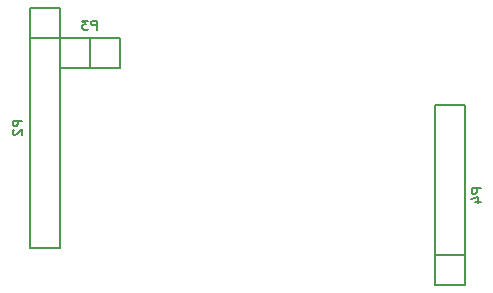
<source format=gbr>
G04 #@! TF.FileFunction,Legend,Bot*
%FSLAX46Y46*%
G04 Gerber Fmt 4.6, Leading zero omitted, Abs format (unit mm)*
G04 Created by KiCad (PCBNEW 0.201412031631+5310~19~ubuntu14.04.1-product) date sáb 06 dic 2014 19:31:56 CET*
%MOMM*%
G01*
G04 APERTURE LIST*
%ADD10C,0.100000*%
%ADD11C,0.150000*%
%ADD12C,0.152400*%
G04 APERTURE END LIST*
D10*
D11*
X134620000Y-90170000D02*
X134620000Y-107950000D01*
X134620000Y-107950000D02*
X137160000Y-107950000D01*
X137160000Y-107950000D02*
X137160000Y-90170000D01*
X134620000Y-87630000D02*
X134620000Y-90170000D01*
X134620000Y-90170000D02*
X137160000Y-90170000D01*
X134620000Y-87630000D02*
X137160000Y-87630000D01*
X137160000Y-87630000D02*
X137160000Y-90170000D01*
X139700000Y-90170000D02*
X139700000Y-92710000D01*
X142240000Y-90170000D02*
X142240000Y-92710000D01*
X142240000Y-92710000D02*
X139700000Y-92710000D01*
X139700000Y-92710000D02*
X137160000Y-92710000D01*
X137160000Y-92710000D02*
X137160000Y-90170000D01*
X137160000Y-90170000D02*
X142240000Y-90170000D01*
X171450000Y-108585000D02*
X171450000Y-95885000D01*
X171450000Y-95885000D02*
X168910000Y-95885000D01*
X168910000Y-95885000D02*
X168910000Y-108585000D01*
X171450000Y-111125000D02*
X171450000Y-108585000D01*
X171450000Y-108585000D02*
X168910000Y-108585000D01*
X171450000Y-111125000D02*
X168910000Y-111125000D01*
X168910000Y-111125000D02*
X168910000Y-108585000D01*
D12*
X133960205Y-97208824D02*
X133172805Y-97208824D01*
X133172805Y-97508786D01*
X133210300Y-97583777D01*
X133247795Y-97621272D01*
X133322786Y-97658767D01*
X133435271Y-97658767D01*
X133510262Y-97621272D01*
X133547757Y-97583777D01*
X133585252Y-97508786D01*
X133585252Y-97208824D01*
X133247795Y-97958729D02*
X133210300Y-97996224D01*
X133172805Y-98071215D01*
X133172805Y-98258691D01*
X133210300Y-98333681D01*
X133247795Y-98371177D01*
X133322786Y-98408672D01*
X133397776Y-98408672D01*
X133510262Y-98371177D01*
X133960205Y-97921234D01*
X133960205Y-98408672D01*
X140281176Y-89510205D02*
X140281176Y-88722805D01*
X139981214Y-88722805D01*
X139906223Y-88760300D01*
X139868728Y-88797795D01*
X139831233Y-88872786D01*
X139831233Y-88985271D01*
X139868728Y-89060262D01*
X139906223Y-89097757D01*
X139981214Y-89135252D01*
X140281176Y-89135252D01*
X139568766Y-88722805D02*
X139081328Y-88722805D01*
X139343795Y-89022767D01*
X139231309Y-89022767D01*
X139156319Y-89060262D01*
X139118823Y-89097757D01*
X139081328Y-89172748D01*
X139081328Y-89360224D01*
X139118823Y-89435214D01*
X139156319Y-89472710D01*
X139231309Y-89510205D01*
X139456281Y-89510205D01*
X139531271Y-89472710D01*
X139568766Y-89435214D01*
X172822205Y-102923824D02*
X172034805Y-102923824D01*
X172034805Y-103223786D01*
X172072300Y-103298777D01*
X172109795Y-103336272D01*
X172184786Y-103373767D01*
X172297271Y-103373767D01*
X172372262Y-103336272D01*
X172409757Y-103298777D01*
X172447252Y-103223786D01*
X172447252Y-102923824D01*
X172297271Y-104048681D02*
X172822205Y-104048681D01*
X171997310Y-103861205D02*
X172559738Y-103673729D01*
X172559738Y-104161167D01*
M02*

</source>
